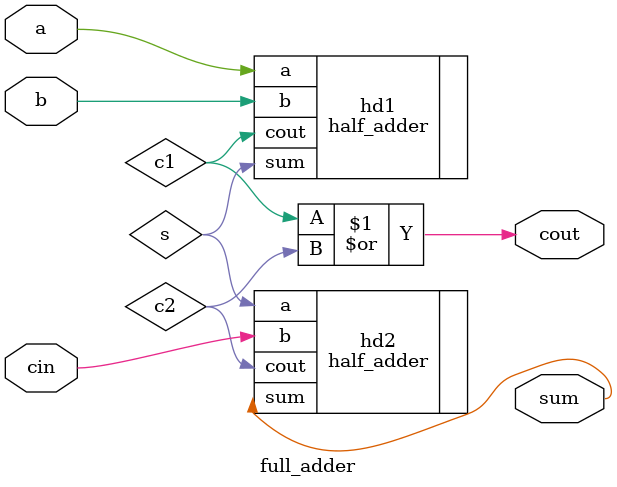
<source format=v>
module full_adder(a, b, cin, cout, sum);
	input a, b, cin;
	wire c1, c2, s;
	output cout, sum;
	
	half_adder hd1(.a(a), .b(b), .cout(c1), .sum(s));
	half_adder hd2(.a(s), .b(cin), .cout(c2), .sum(sum));
	or(cout, c1, c2);
endmodule
</source>
